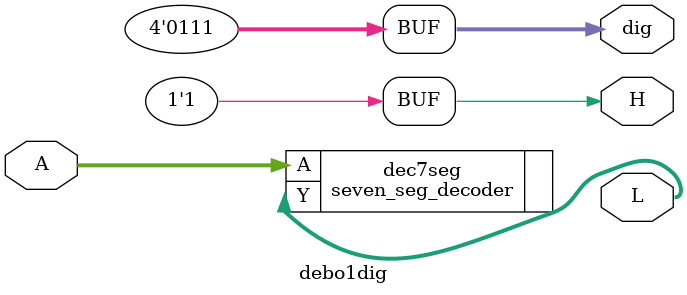
<source format=v>
module debo1dig(A,L,dig,H);

input wire [3:0] A;
output wire [6:0] L;
output wire [3:0] dig;
output wire H;

assign H = 1'b1;
assign dig = 4'b0111;

seven_seg_decoder dec7seg(.A(A),.Y(L));

endmodule 
</source>
